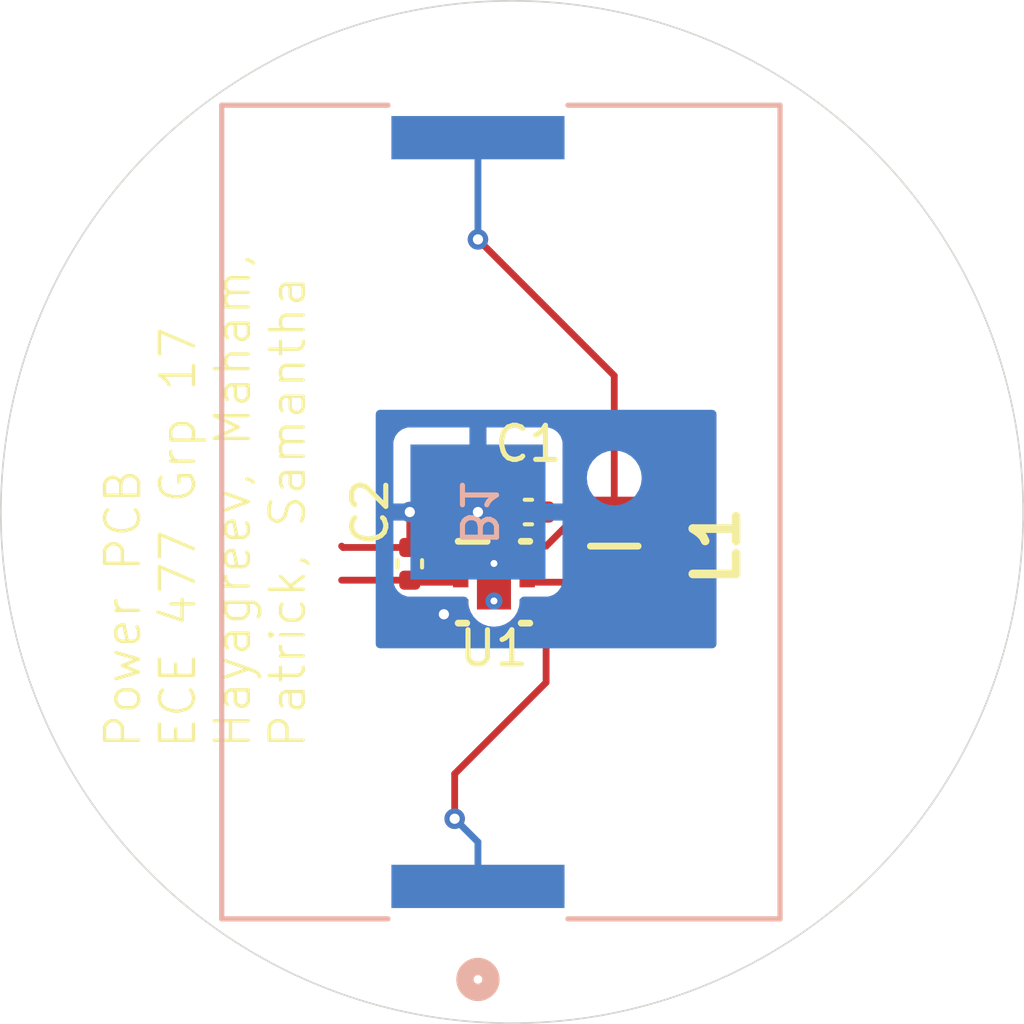
<source format=kicad_pcb>
(kicad_pcb (version 20221018) (generator pcbnew)
  (layers (0 "F.Cu" signal) (31 "B.Cu" power) (34 "B.Paste" user) (35 "F.Paste" user) (36 "B.SilkS" user "B.Silkscreen") (37 "F.SilkS" user "F.Silkscreen") (38 "B.Mask" user) (39 "F.Mask" user) (44 "Edge.Cuts" user))
  (net 0 "")
  (net 1 "GND")
  (net 2 "/Vout+")
  (net 3 "Net-(U1-EN)")
  (net 4 "Net-(U1-SW)")
  (footprint "TPS610995DRVR:DRV0006A" (layer "F.Cu") (at 122.469999 99.06)
    (fp_text reference "U1" (at 0 1.94 unlocked) (layer "F.SilkS"))
    (fp_text value "TPS610995DRVR" hide)
    (fp_line (start -1.05 -1.2) (end -0.2 -1.2) (stroke (width 0.2)) (layer "F.SilkS"))
    (fp_line (start -1.05 1.2) (end -0.800001 1.2) (stroke (width 0.2)) (layer "F.SilkS"))
    (fp_line (start 0.800001 -1.2) (end 1.05 -1.2) (stroke (width 0.2)) (layer "F.SilkS"))
    (fp_line (start 0.800001 1.2) (end 1.05 1.2) (stroke (width 0.2)) (layer "F.SilkS"))
    (pad "1" smd rect (at -0.974999 -0.650001 90) (size 0.299999 0.449999) (layers "F.Cu" "F.Paste" "F.Mask") (net 1 "GND"))
    (pad "2" smd rect (at -0.974999 0 90) (size 0.299999 0.449999) (layers "F.Cu" "F.Paste" "F.Mask") (net 2 "/Vout+"))
    (pad "3" smd rect (at -0.974999 0.649999 90) (size 0.299999 0.449999) (layers "F.Cu" "F.Paste" "F.Mask") (net 1 "GND"))
    (pad "4" smd rect (at 0.974999 0.649999 90) (size 0.299999 0.449999) (layers "F.Cu" "F.Paste" "F.Mask") (net 3 "Net-(U1-EN)"))
    (pad "5" smd rect (at 0.974999 0 90) (size 0.299999 0.449999) (layers "F.Cu" "F.Paste" "F.Mask") (net 4 "Net-(U1-SW)"))
    (pad "6" smd rect (at 0.974999 -0.650001 90) (size 0.299999 0.449999) (layers "F.Cu" "F.Paste" "F.Mask") (net 3 "Net-(U1-EN)"))
    (pad "7" smd rect (at 0 0) (size 1 1.599999) (layers "F.Cu" "F.Paste" "F.Mask") (net 1 "GND"))
    (pad "V" thru_hole circle (at 0 -0.549999) (size 0.499999 0.499999) (drill 0.2032) (layers "*.Cu" "*.Mask"))
    (pad "V" thru_hole circle (at 0 0.549999) (size 0.499999 0.499999) (drill 0.2032) (layers "*.Cu" "*.Mask"))
  )
  (footprint "Capacitor_SMD:C_0402_1005Metric" (layer "F.Cu") (at 123.48 97 180)
    (fp_text reference "C1" (at 0 2 180) (layer "F.SilkS"))
    (fp_text value "10uF" hide)
    (fp_line (start -0.107836 -0.36) (end 0.107836 -0.36) (stroke (width 0.12)) (layer "F.SilkS"))
    (fp_line (start -0.107836 0.36) (end 0.107836 0.36) (stroke (width 0.12)) (layer "F.SilkS"))
    (pad "1" smd roundrect (at -0.48 0 180) (size 0.56 0.62) (layers "F.Cu" "F.Paste" "F.Mask") (net 3 "Net-(U1-EN)"))
    (pad "2" smd roundrect (at 0.48 0 180) (size 0.56 0.62) (layers "F.Cu" "F.Paste" "F.Mask") (net 1 "GND"))
  )
  (footprint "Inductor_TFM:INDC2016X100N" (layer "F.Cu") (at 126 98 -90)
    (fp_text reference "L1" (at 0 -3 90) (layer "F.SilkS") (effects (font (size 1.27 1.27) (thickness 0.254))))
    (fp_text value "TFM201610GHM-2R2MTAA" hide)
    (fp_line (start 0 -0.7) (end 0 0.7) (stroke (width 0.2)) (layer "F.SilkS"))
    (pad "1" smd rect (at -0.85 0 270) (size 1.2 1.8) (layers "F.Cu" "F.Paste" "F.Mask") (net 3 "Net-(U1-EN)"))
    (pad "2" smd rect (at 0.85 0 270) (size 1.2 1.8) (layers "F.Cu" "F.Paste" "F.Mask") (net 4 "Net-(U1-SW)"))
  )
  (footprint "Capacitor_SMD:C_0402_1005Metric" (layer "F.Cu") (at 120 98.52 90)
    (fp_text reference "C2" (at 1.52 -1.16 90) (layer "F.SilkS"))
    (fp_text value "10uF" hide)
    (fp_line (start -0.107836 -0.36) (end 0.107836 -0.36) (stroke (width 0.12)) (layer "F.SilkS"))
    (fp_line (start -0.107836 0.36) (end 0.107836 0.36) (stroke (width 0.12)) (layer "F.SilkS"))
    (pad "1" smd roundrect (at -0.48 0 90) (size 0.56 0.62) (layers "F.Cu" "F.Paste" "F.Mask") (net 2 "/Vout+"))
    (pad "2" smd roundrect (at 0.48 0 90) (size 0.56 0.62) (layers "F.Cu" "F.Paste" "F.Mask") (net 1 "GND"))
  )
  (footprint "3034:3034_KEY" (layer "B.Cu") (at 122.6731 97 90)
    (fp_text reference "B1" (at 0 -0.6731 270 unlocked) (layer "B.SilkS") (effects (justify mirror)))
    (fp_text value "3034")
    (fp_line (start -11.938 -8.1915) (end 11.938 -8.1915) (stroke (width 0.1524)) (layer "B.SilkS"))
    (fp_line (start -11.938 -3.312647) (end -11.938 -8.1915) (stroke (width 0.1524)) (layer "B.SilkS"))
    (fp_line (start -11.938 8.1915) (end -11.938 1.966447) (stroke (width 0.1524)) (layer "B.SilkS"))
    (fp_line (start 11.938 -8.1915) (end 11.938 -3.312647) (stroke (width 0.1524)) (layer "B.SilkS"))
    (fp_line (start 11.938 1.966447) (end 11.938 8.1915) (stroke (width 0.1524)) (layer "B.SilkS"))
    (fp_line (start 11.938 8.1915) (end -11.938 8.1915) (stroke (width 0.1524)) (layer "B.SilkS"))
    (fp_circle (center -13.716 -0.6731) (end -13.335 -0.6731) (stroke (width 0.508)) (fill none) (layer "B.SilkS"))
    (fp_circle (center -13.716 -0.6731) (end -13.335 -0.6731) (stroke (width 0.508)) (fill none) (layer "F.SilkS"))
    (pad "1" smd rect (at -10.9855 -0.6731 90) (size 1.27 5.08) (layers "B.Cu" "B.Paste" "B.Mask") (net 3 "Net-(U1-EN)"))
    (pad "2" smd rect (at 10.9855 -0.6731 90) (size 1.27 5.08) (layers "B.Cu" "B.Paste" "B.Mask") (net 3 "Net-(U1-EN)"))
    (pad "3" smd rect (at 0 -0.6731 90) (size 3.9624 3.9624) (layers "B.Cu" "B.Paste" "B.Mask") (net 1 "GND"))
  )
  (gr_circle (center 123 97) (end 132 109) (stroke (width 0.05)) (fill none) (layer "Edge.Cuts"))
  (gr_text "Power PCB\nECE 477 Grp 17\nHayagreev, Maham, \nPatrick, Samantha" (at 117 104 90) (layer "F.SilkS") (effects (font (size 1 1) (thickness 0.1)) (justify left bottom)))
  (segment (start 123 97) (end 122 97) (width 0.2) (layer "F.Cu") (net 1))
  (segment (start 121.495 97.505) (end 122 97) (width 0.2) (layer "F.Cu") (net 1))
  (segment (start 121.204999 100) (end 121 100) (width 0.2) (layer "F.Cu") (net 1))
  (segment (start 118.04 98.04) (end 118 98) (width 0.2) (layer "F.Cu") (net 1))
  (segment (start 121.495 99.709999) (end 121.204999 100) (width 0.2) (layer "F.Cu") (net 1))
  (segment (start 120 98.04) (end 120 97) (width 0.2) (layer "F.Cu") (net 1))
  (segment (start 120 98.04) (end 118.04 98.04) (width 0.2) (layer "F.Cu") (net 1))
  (segment (start 121.495 98.409999) (end 121.495 97.505) (width 0.2) (layer "F.Cu") (net 1))
  (via (at 120 97) (size 0.6) (drill 0.3) (layers "F.Cu" "B.Cu") (net 1))
  (via (at 121 100) (size 0.6) (drill 0.3) (layers "F.Cu" "B.Cu") (net 1))
  (via (at 122 97) (size 0.6) (drill 0.3) (layers "F.Cu" "B.Cu") (net 1))
  (segment (start 120.06 99.06) (end 121.495 99.06) (width 0.2) (layer "F.Cu") (net 2))
  (segment (start 120 99) (end 118 99) (width 0.2) (layer "F.Cu") (net 2))
  (segment (start 120 99) (end 120.06 99.06) (width 0.2) (layer "F.Cu") (net 2))
  (segment (start 128 100) (end 128 98.25) (width 0.2) (layer "F.Cu") (net 3))
  (segment (start 121.31655 106) (end 121.31655 104.68345) (width 0.2) (layer "F.Cu") (net 3))
  (segment (start 128 98.25) (end 126.9 97.15) (width 0.2) (layer "F.Cu") (net 3))
  (segment (start 124 102) (end 124 100.265001) (width 0.2) (layer "F.Cu") (net 3))
  (segment (start 125.85 97) (end 126 97.15) (width 0.2) (layer "F.Cu") (net 3))
  (segment (start 122 89) (end 126 93) (width 0.2) (layer "F.Cu") (net 3))
  (segment (start 125 97) (end 125.85 97) (width 0.2) (layer "F.Cu") (net 3))
  (segment (start 124 98) (end 125 97) (width 0.2) (layer "F.Cu") (net 3))
  (segment (start 123.444998 98.409999) (end 123.854997 98) (width 0.2) (layer "F.Cu") (net 3))
  (segment (start 124 100.265001) (end 123.734999 100) (width 0.2) (layer "F.Cu") (net 3))
  (segment (start 121.31655 104.68345) (end 124 102) (width 0.2) (layer "F.Cu") (net 3))
  (segment (start 123.734999 100) (end 128 100) (width 0.2) (layer "F.Cu") (net 3))
  (segment (start 126 93) (end 126 97.15) (width 0.2) (layer "F.Cu") (net 3))
  (segment (start 123.96 97) (end 125 97) (width 0.2) (layer "F.Cu") (net 3))
  (segment (start 123.444998 99.709999) (end 123.734999 100) (width 0.2) (layer "F.Cu") (net 3))
  (segment (start 123.854997 98) (end 124 98) (width 0.2) (layer "F.Cu") (net 3))
  (segment (start 126.9 97.15) (end 126 97.15) (width 0.2) (layer "F.Cu") (net 3))
  (via (at 122 89) (size 0.6) (drill 0.3) (layers "F.Cu" "B.Cu") (net 3))
  (via (at 121.31655 106) (size 0.6) (drill 0.3) (layers "F.Cu" "B.Cu") (net 3))
  (segment (start 122 106.68345) (end 121.31655 106) (width 0.2) (layer "B.Cu") (net 3))
  (segment (start 122 107.9855) (end 122 106.68345) (width 0.2) (layer "B.Cu") (net 3))
  (segment (start 122 86.0145) (end 122 89) (width 0.2) (layer "B.Cu") (net 3))
  (segment (start 123.444998 99.06) (end 125.79 99.06) (width 0.2) (layer "F.Cu") (net 4))
  (segment (start 125.79 99.06) (end 126 98.85) (width 0.2) (layer "F.Cu") (net 4))
  (zone (net 1) (net_name "GND") (layer "B.Cu") (connect_pads (clearance 0.5)) (min_thickness 0.25) (fill yes (thermal_gap 0.5) (thermal_bridge_width 0.5))
    (polygon (pts (xy 119 94) (xy 129 94) (xy 129 101) (xy 119 101)))
  )
)
</source>
